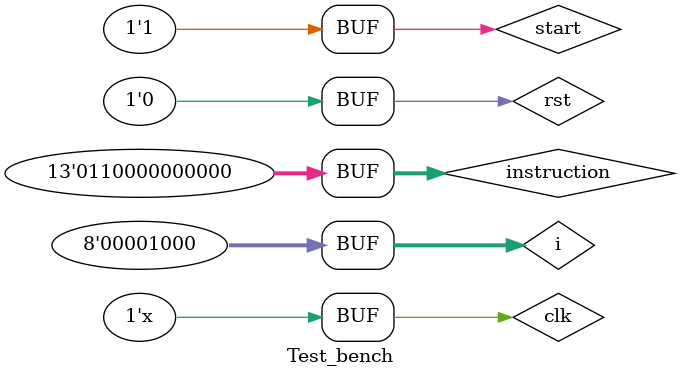
<source format=v>
`timescale 1ns / 1ps


module Test_bench;
    
    reg clk, rst, start;
    reg [7:0] i;
    reg [12:0] instruction;
    wire PWM_0, PWM_1, PWM_2, PWM_3;
    wire demux_out0, demux_out1, demux_out2, demux_out3;
    wire count_done, rst_flag, delay_start;
    Top_mod uut (.clk(clk), .rst(rst), .count_done(count_done), .i(i),.start(start), .instruction(instruction), .PWM_0(PWM_0), .PWM_1(PWM_1), .PWM_2(PWM_2), .PWM_3(PWM_3), .delay_start(delay_start), .rst_flag(rst_flag), .demux_out0(demux_out0), .demux_out1(demux_out1), .demux_out2(demux_out2), .demux_out3(demux_out3)); //Top level Module
 
    initial begin
    #100;
    clk = 0;
    rst = 1;     // Reset
    #10;
    rst=0;
    start = 0;
    instruction = 13'b0010001000010;
    i= 8'b00000001;
    
    #10;
    rst=0;
    start = 0;
    instruction = 13'b0100001000000;
    i= 8'b00000010;  
    
    #10
    rst = 0;
    start = 0;
    instruction = 13'b0010001000000;
    i= 8'b00000011;
    
    #10
    rst = 0;
    start = 0;
    instruction = 13'b0100001110000;
    i= 8'b00000100;    
    
    #10;
    rst=0;
    start = 0;
    instruction = 13'b0010010000010;
    i= 8'b0000_0101;
        
    #10;
    rst=0;
    start = 0;
    instruction = 13'b0100001000000;
    i= 8'b0000_0110;  
        
    #10
    rst = 0;
    start = 0;
    instruction = 13'b0010010000000;
    i= 8'b0000_0111;  
        
         
    #10
    rst = 0;
    start = 0;
    instruction = 13'b0110000000000;
    i= 8'b0000_1000;
     
    #10
    rst = 0;
    start = 1;
    end      
    always #5 clk=~clk; // Simulate 100MHz board clock
    
endmodule



</source>
